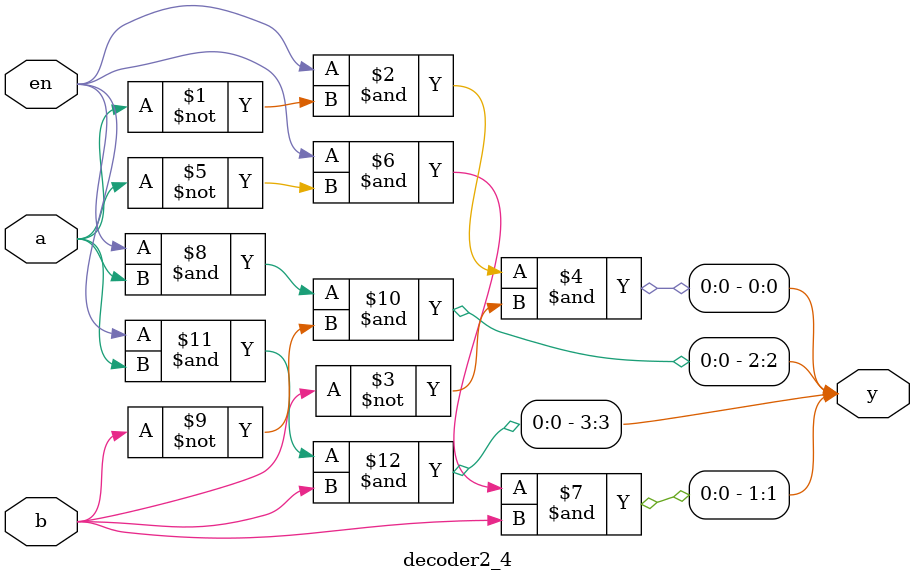
<source format=v>
module decoder2_4(
    input en, // enable
    input a,  // input a (was i0)
    input b,  // input b (was i1)
    output [3:0] y
);
    // Output logic: y[0] to y[3] are active based on enable and inputs
    assign y[0] = (en & ~a & ~b);
    assign y[1] = (en & ~a &  b);
    assign y[2] = (en &  a & ~b);
    assign y[3] = (en &  a &  b);
endmodule
</source>
